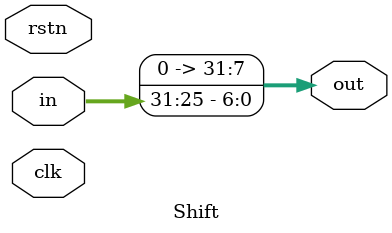
<source format=v>
module Shift ( rstn, clk, in, out );

input clk;
input rstn;
input [31:0]in;

output [31:0] out;


//assign out =  in;
assign out = {25'd0 , in[31:25]};

endmodule
</source>
